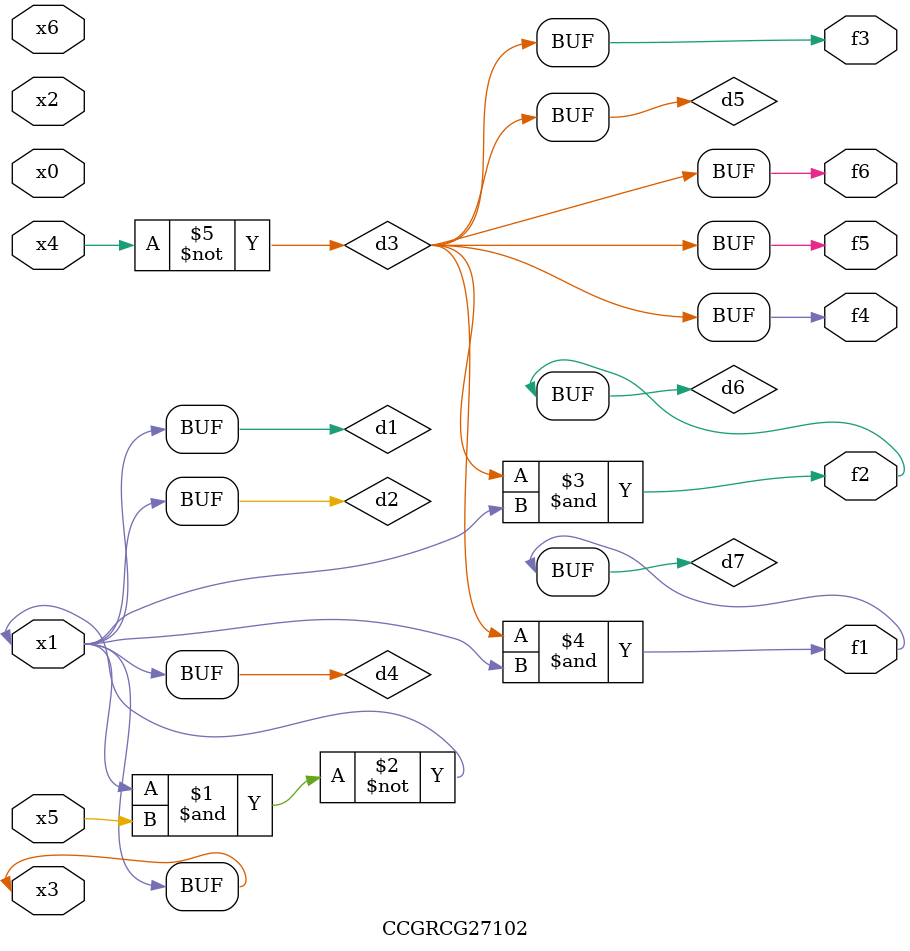
<source format=v>
module CCGRCG27102(
	input x0, x1, x2, x3, x4, x5, x6,
	output f1, f2, f3, f4, f5, f6
);

	wire d1, d2, d3, d4, d5, d6, d7;

	buf (d1, x1, x3);
	nand (d2, x1, x5);
	not (d3, x4);
	buf (d4, d1, d2);
	buf (d5, d3);
	and (d6, d3, d4);
	and (d7, d3, d4);
	assign f1 = d7;
	assign f2 = d6;
	assign f3 = d5;
	assign f4 = d5;
	assign f5 = d5;
	assign f6 = d5;
endmodule

</source>
